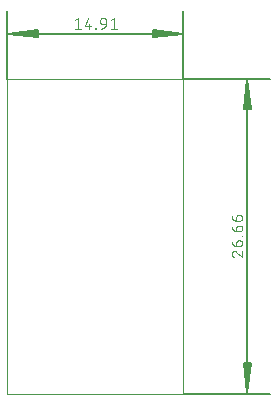
<source format=gbs>
G75*
%MOIN*%
%OFA0B0*%
%FSLAX25Y25*%
%IPPOS*%
%LPD*%
%AMOC8*
5,1,8,0,0,1.08239X$1,22.5*
%
%ADD10C,0.00000*%
%ADD11C,0.00512*%
%ADD12C,0.00400*%
D10*
X0007053Y0016441D02*
X0007053Y0121401D01*
X0065754Y0121401D01*
X0065754Y0016441D01*
X0007053Y0016441D01*
D11*
X0065754Y0016441D02*
X0094730Y0016441D01*
X0087053Y0016697D02*
X0088077Y0026677D01*
X0088310Y0026677D02*
X0087053Y0016697D01*
X0086030Y0026677D01*
X0085796Y0026677D02*
X0088310Y0026677D01*
X0087565Y0026677D02*
X0087053Y0016697D01*
X0086542Y0026677D01*
X0085796Y0026677D02*
X0087053Y0016697D01*
X0087053Y0121145D01*
X0088077Y0111165D01*
X0088310Y0111165D02*
X0087053Y0121145D01*
X0086030Y0111165D01*
X0085796Y0111165D02*
X0088310Y0111165D01*
X0087565Y0111165D02*
X0087053Y0121145D01*
X0086542Y0111165D01*
X0085796Y0111165D02*
X0087053Y0121145D01*
X0094730Y0121401D02*
X0065754Y0121401D01*
X0065754Y0144118D01*
X0065498Y0136441D02*
X0055518Y0135417D01*
X0055518Y0135184D02*
X0065498Y0136441D01*
X0055518Y0137464D01*
X0055518Y0137698D02*
X0055518Y0135184D01*
X0055518Y0135929D02*
X0065498Y0136441D01*
X0055518Y0136952D01*
X0055518Y0137698D02*
X0065498Y0136441D01*
X0007309Y0136441D01*
X0017290Y0135417D01*
X0017290Y0135184D02*
X0007309Y0136441D01*
X0017290Y0137464D01*
X0017290Y0137698D02*
X0017290Y0135184D01*
X0017290Y0135929D02*
X0007309Y0136441D01*
X0017290Y0136952D01*
X0017290Y0137698D02*
X0007309Y0136441D01*
X0007053Y0144118D02*
X0007053Y0121401D01*
D12*
X0029488Y0138137D02*
X0031453Y0138137D01*
X0030470Y0138137D02*
X0030470Y0141674D01*
X0029488Y0140888D01*
X0033031Y0138923D02*
X0034996Y0138923D01*
X0034406Y0139709D02*
X0034406Y0138137D01*
X0033031Y0138923D02*
X0033817Y0141674D01*
X0036395Y0138333D02*
X0036592Y0138333D01*
X0036592Y0138137D01*
X0036395Y0138137D01*
X0036395Y0138333D01*
X0038385Y0138137D02*
X0038462Y0138139D01*
X0038539Y0138145D01*
X0038616Y0138154D01*
X0038692Y0138167D01*
X0038767Y0138184D01*
X0038841Y0138205D01*
X0038915Y0138229D01*
X0038987Y0138257D01*
X0039057Y0138288D01*
X0039126Y0138323D01*
X0039193Y0138361D01*
X0039258Y0138402D01*
X0039321Y0138446D01*
X0039382Y0138494D01*
X0039441Y0138544D01*
X0039497Y0138597D01*
X0039550Y0138653D01*
X0039600Y0138712D01*
X0039648Y0138773D01*
X0039692Y0138836D01*
X0039733Y0138901D01*
X0039771Y0138968D01*
X0039806Y0139037D01*
X0039837Y0139107D01*
X0039865Y0139179D01*
X0039889Y0139253D01*
X0039910Y0139327D01*
X0039927Y0139402D01*
X0039940Y0139478D01*
X0039949Y0139555D01*
X0039955Y0139632D01*
X0039957Y0139709D01*
X0039957Y0140691D01*
X0039957Y0139709D02*
X0038778Y0139709D01*
X0038724Y0139711D01*
X0038671Y0139716D01*
X0038618Y0139725D01*
X0038566Y0139738D01*
X0038515Y0139754D01*
X0038465Y0139774D01*
X0038416Y0139797D01*
X0038370Y0139823D01*
X0038325Y0139853D01*
X0038282Y0139885D01*
X0038242Y0139921D01*
X0038204Y0139959D01*
X0038168Y0139999D01*
X0038136Y0140042D01*
X0038106Y0140087D01*
X0038080Y0140133D01*
X0038057Y0140182D01*
X0038037Y0140232D01*
X0038021Y0140283D01*
X0038008Y0140335D01*
X0037999Y0140388D01*
X0037994Y0140441D01*
X0037992Y0140495D01*
X0037992Y0140691D01*
X0037994Y0140753D01*
X0038000Y0140814D01*
X0038009Y0140875D01*
X0038023Y0140935D01*
X0038040Y0140994D01*
X0038061Y0141052D01*
X0038085Y0141109D01*
X0038113Y0141164D01*
X0038145Y0141217D01*
X0038180Y0141268D01*
X0038217Y0141317D01*
X0038258Y0141363D01*
X0038302Y0141407D01*
X0038348Y0141448D01*
X0038397Y0141485D01*
X0038448Y0141520D01*
X0038501Y0141552D01*
X0038556Y0141580D01*
X0038613Y0141604D01*
X0038671Y0141625D01*
X0038730Y0141642D01*
X0038790Y0141656D01*
X0038851Y0141665D01*
X0038912Y0141671D01*
X0038974Y0141673D01*
X0039036Y0141671D01*
X0039097Y0141665D01*
X0039158Y0141656D01*
X0039218Y0141642D01*
X0039277Y0141625D01*
X0039335Y0141604D01*
X0039392Y0141580D01*
X0039447Y0141552D01*
X0039500Y0141520D01*
X0039551Y0141485D01*
X0039600Y0141448D01*
X0039646Y0141407D01*
X0039690Y0141363D01*
X0039731Y0141317D01*
X0039768Y0141268D01*
X0039803Y0141217D01*
X0039835Y0141164D01*
X0039863Y0141109D01*
X0039887Y0141052D01*
X0039908Y0140994D01*
X0039925Y0140935D01*
X0039939Y0140875D01*
X0039948Y0140814D01*
X0039954Y0140753D01*
X0039956Y0140691D01*
X0041535Y0140888D02*
X0042517Y0141674D01*
X0042517Y0138137D01*
X0041535Y0138137D02*
X0043500Y0138137D01*
X0081820Y0075624D02*
X0081822Y0075547D01*
X0081828Y0075470D01*
X0081837Y0075393D01*
X0081850Y0075317D01*
X0081867Y0075242D01*
X0081888Y0075168D01*
X0081912Y0075094D01*
X0081940Y0075022D01*
X0081971Y0074952D01*
X0082006Y0074883D01*
X0082044Y0074816D01*
X0082085Y0074751D01*
X0082129Y0074688D01*
X0082177Y0074627D01*
X0082227Y0074568D01*
X0082280Y0074512D01*
X0082336Y0074459D01*
X0082395Y0074409D01*
X0082456Y0074361D01*
X0082519Y0074317D01*
X0082584Y0074276D01*
X0082651Y0074238D01*
X0082720Y0074203D01*
X0082790Y0074172D01*
X0082862Y0074144D01*
X0082936Y0074120D01*
X0083010Y0074099D01*
X0083085Y0074082D01*
X0083161Y0074069D01*
X0083238Y0074060D01*
X0083315Y0074054D01*
X0083392Y0074052D01*
X0084375Y0074052D01*
X0084437Y0074054D01*
X0084498Y0074060D01*
X0084559Y0074069D01*
X0084619Y0074083D01*
X0084679Y0074100D01*
X0084737Y0074121D01*
X0084794Y0074146D01*
X0084849Y0074174D01*
X0084902Y0074205D01*
X0084953Y0074240D01*
X0085002Y0074278D01*
X0085048Y0074318D01*
X0085092Y0074362D01*
X0085132Y0074408D01*
X0085170Y0074457D01*
X0085205Y0074508D01*
X0085236Y0074561D01*
X0085264Y0074616D01*
X0085289Y0074673D01*
X0085310Y0074731D01*
X0085327Y0074791D01*
X0085341Y0074851D01*
X0085350Y0074912D01*
X0085356Y0074973D01*
X0085358Y0075035D01*
X0085356Y0075097D01*
X0085350Y0075158D01*
X0085341Y0075219D01*
X0085327Y0075279D01*
X0085310Y0075339D01*
X0085289Y0075397D01*
X0085264Y0075454D01*
X0085236Y0075509D01*
X0085205Y0075562D01*
X0085170Y0075613D01*
X0085132Y0075662D01*
X0085092Y0075708D01*
X0085048Y0075752D01*
X0085002Y0075792D01*
X0084953Y0075830D01*
X0084902Y0075865D01*
X0084849Y0075896D01*
X0084794Y0075924D01*
X0084737Y0075949D01*
X0084679Y0075970D01*
X0084619Y0075987D01*
X0084559Y0076001D01*
X0084498Y0076010D01*
X0084437Y0076016D01*
X0084375Y0076018D01*
X0084375Y0076017D02*
X0084178Y0076017D01*
X0084124Y0076015D01*
X0084071Y0076010D01*
X0084018Y0076001D01*
X0083966Y0075988D01*
X0083915Y0075972D01*
X0083865Y0075952D01*
X0083816Y0075929D01*
X0083770Y0075903D01*
X0083725Y0075873D01*
X0083682Y0075841D01*
X0083642Y0075805D01*
X0083604Y0075767D01*
X0083568Y0075727D01*
X0083536Y0075684D01*
X0083506Y0075639D01*
X0083480Y0075593D01*
X0083457Y0075544D01*
X0083437Y0075494D01*
X0083421Y0075443D01*
X0083408Y0075391D01*
X0083399Y0075338D01*
X0083394Y0075285D01*
X0083392Y0075231D01*
X0083392Y0074052D01*
X0084178Y0072474D02*
X0084375Y0072474D01*
X0084178Y0072474D02*
X0084124Y0072472D01*
X0084071Y0072467D01*
X0084018Y0072458D01*
X0083966Y0072445D01*
X0083915Y0072429D01*
X0083865Y0072409D01*
X0083816Y0072386D01*
X0083770Y0072360D01*
X0083725Y0072330D01*
X0083682Y0072298D01*
X0083642Y0072262D01*
X0083604Y0072224D01*
X0083568Y0072184D01*
X0083536Y0072141D01*
X0083506Y0072096D01*
X0083480Y0072050D01*
X0083457Y0072001D01*
X0083437Y0071951D01*
X0083421Y0071900D01*
X0083408Y0071848D01*
X0083399Y0071795D01*
X0083394Y0071742D01*
X0083392Y0071688D01*
X0083392Y0070509D01*
X0084375Y0070509D01*
X0084375Y0070508D02*
X0084437Y0070510D01*
X0084498Y0070516D01*
X0084559Y0070525D01*
X0084619Y0070539D01*
X0084679Y0070556D01*
X0084737Y0070577D01*
X0084794Y0070602D01*
X0084849Y0070630D01*
X0084902Y0070661D01*
X0084953Y0070696D01*
X0085002Y0070734D01*
X0085048Y0070774D01*
X0085092Y0070818D01*
X0085132Y0070864D01*
X0085170Y0070913D01*
X0085205Y0070964D01*
X0085236Y0071017D01*
X0085264Y0071072D01*
X0085289Y0071129D01*
X0085310Y0071187D01*
X0085327Y0071247D01*
X0085341Y0071307D01*
X0085350Y0071368D01*
X0085356Y0071429D01*
X0085358Y0071491D01*
X0085356Y0071553D01*
X0085350Y0071614D01*
X0085341Y0071675D01*
X0085327Y0071735D01*
X0085310Y0071795D01*
X0085289Y0071853D01*
X0085264Y0071910D01*
X0085236Y0071965D01*
X0085205Y0072018D01*
X0085170Y0072069D01*
X0085132Y0072118D01*
X0085092Y0072164D01*
X0085048Y0072208D01*
X0085002Y0072248D01*
X0084953Y0072286D01*
X0084902Y0072321D01*
X0084849Y0072352D01*
X0084794Y0072380D01*
X0084737Y0072405D01*
X0084679Y0072426D01*
X0084619Y0072443D01*
X0084559Y0072457D01*
X0084498Y0072466D01*
X0084437Y0072472D01*
X0084375Y0072474D01*
X0083392Y0070509D02*
X0083315Y0070511D01*
X0083238Y0070517D01*
X0083161Y0070526D01*
X0083085Y0070539D01*
X0083010Y0070556D01*
X0082936Y0070577D01*
X0082862Y0070601D01*
X0082790Y0070629D01*
X0082720Y0070660D01*
X0082651Y0070695D01*
X0082584Y0070733D01*
X0082519Y0070774D01*
X0082456Y0070818D01*
X0082395Y0070866D01*
X0082336Y0070916D01*
X0082280Y0070969D01*
X0082227Y0071025D01*
X0082177Y0071084D01*
X0082129Y0071145D01*
X0082085Y0071208D01*
X0082044Y0071273D01*
X0082006Y0071340D01*
X0081971Y0071409D01*
X0081940Y0071479D01*
X0081912Y0071551D01*
X0081888Y0071625D01*
X0081867Y0071699D01*
X0081850Y0071774D01*
X0081837Y0071850D01*
X0081828Y0071927D01*
X0081822Y0072004D01*
X0081820Y0072081D01*
X0085161Y0069109D02*
X0085357Y0069109D01*
X0085357Y0068913D01*
X0085161Y0068913D01*
X0085161Y0069109D01*
X0084375Y0067513D02*
X0084178Y0067513D01*
X0084124Y0067511D01*
X0084071Y0067506D01*
X0084018Y0067497D01*
X0083966Y0067484D01*
X0083915Y0067468D01*
X0083865Y0067448D01*
X0083816Y0067425D01*
X0083770Y0067399D01*
X0083725Y0067369D01*
X0083682Y0067337D01*
X0083642Y0067301D01*
X0083604Y0067263D01*
X0083568Y0067223D01*
X0083536Y0067180D01*
X0083506Y0067135D01*
X0083480Y0067089D01*
X0083457Y0067040D01*
X0083437Y0066990D01*
X0083421Y0066939D01*
X0083408Y0066887D01*
X0083399Y0066834D01*
X0083394Y0066781D01*
X0083392Y0066727D01*
X0083392Y0065548D01*
X0084375Y0065548D01*
X0084437Y0065550D01*
X0084498Y0065556D01*
X0084559Y0065565D01*
X0084619Y0065579D01*
X0084679Y0065596D01*
X0084737Y0065617D01*
X0084794Y0065642D01*
X0084849Y0065670D01*
X0084902Y0065701D01*
X0084953Y0065736D01*
X0085002Y0065774D01*
X0085048Y0065814D01*
X0085092Y0065858D01*
X0085132Y0065904D01*
X0085170Y0065953D01*
X0085205Y0066004D01*
X0085236Y0066057D01*
X0085264Y0066112D01*
X0085289Y0066169D01*
X0085310Y0066227D01*
X0085327Y0066287D01*
X0085341Y0066347D01*
X0085350Y0066408D01*
X0085356Y0066469D01*
X0085358Y0066531D01*
X0085356Y0066593D01*
X0085350Y0066654D01*
X0085341Y0066715D01*
X0085327Y0066775D01*
X0085310Y0066835D01*
X0085289Y0066893D01*
X0085264Y0066950D01*
X0085236Y0067005D01*
X0085205Y0067058D01*
X0085170Y0067109D01*
X0085132Y0067158D01*
X0085092Y0067204D01*
X0085048Y0067248D01*
X0085002Y0067288D01*
X0084953Y0067326D01*
X0084902Y0067361D01*
X0084849Y0067392D01*
X0084794Y0067420D01*
X0084737Y0067445D01*
X0084679Y0067466D01*
X0084619Y0067483D01*
X0084559Y0067497D01*
X0084498Y0067506D01*
X0084437Y0067512D01*
X0084375Y0067514D01*
X0083392Y0065548D02*
X0083315Y0065550D01*
X0083238Y0065556D01*
X0083161Y0065565D01*
X0083085Y0065578D01*
X0083010Y0065595D01*
X0082936Y0065616D01*
X0082862Y0065640D01*
X0082790Y0065668D01*
X0082720Y0065699D01*
X0082651Y0065734D01*
X0082584Y0065772D01*
X0082519Y0065813D01*
X0082456Y0065857D01*
X0082395Y0065905D01*
X0082336Y0065955D01*
X0082280Y0066008D01*
X0082227Y0066064D01*
X0082177Y0066123D01*
X0082129Y0066184D01*
X0082085Y0066247D01*
X0082044Y0066312D01*
X0082006Y0066379D01*
X0081971Y0066448D01*
X0081940Y0066518D01*
X0081912Y0066590D01*
X0081888Y0066664D01*
X0081867Y0066738D01*
X0081850Y0066813D01*
X0081837Y0066889D01*
X0081828Y0066966D01*
X0081822Y0067043D01*
X0081820Y0067120D01*
X0083392Y0063675D02*
X0085357Y0062005D01*
X0085357Y0063970D01*
X0082606Y0062005D02*
X0082545Y0062027D01*
X0082485Y0062052D01*
X0082427Y0062081D01*
X0082370Y0062113D01*
X0082315Y0062148D01*
X0082263Y0062186D01*
X0082213Y0062227D01*
X0082165Y0062271D01*
X0082120Y0062317D01*
X0082077Y0062366D01*
X0082037Y0062418D01*
X0082001Y0062471D01*
X0081967Y0062527D01*
X0081937Y0062584D01*
X0081910Y0062643D01*
X0081886Y0062704D01*
X0081866Y0062766D01*
X0081850Y0062829D01*
X0081837Y0062892D01*
X0081827Y0062956D01*
X0081822Y0063021D01*
X0081820Y0063086D01*
X0081821Y0063086D02*
X0081823Y0063144D01*
X0081829Y0063201D01*
X0081838Y0063258D01*
X0081851Y0063315D01*
X0081868Y0063370D01*
X0081888Y0063424D01*
X0081912Y0063477D01*
X0081939Y0063528D01*
X0081970Y0063577D01*
X0082004Y0063624D01*
X0082040Y0063669D01*
X0082080Y0063711D01*
X0082122Y0063751D01*
X0082167Y0063787D01*
X0082214Y0063821D01*
X0082263Y0063852D01*
X0082314Y0063879D01*
X0082367Y0063903D01*
X0082421Y0063923D01*
X0082476Y0063940D01*
X0082533Y0063953D01*
X0082590Y0063962D01*
X0082647Y0063968D01*
X0082705Y0063970D01*
X0082764Y0063968D01*
X0082823Y0063963D01*
X0082881Y0063953D01*
X0082939Y0063941D01*
X0082996Y0063924D01*
X0083052Y0063904D01*
X0083106Y0063881D01*
X0083159Y0063854D01*
X0083210Y0063825D01*
X0083259Y0063792D01*
X0083306Y0063756D01*
X0083351Y0063717D01*
X0083393Y0063675D01*
M02*

</source>
